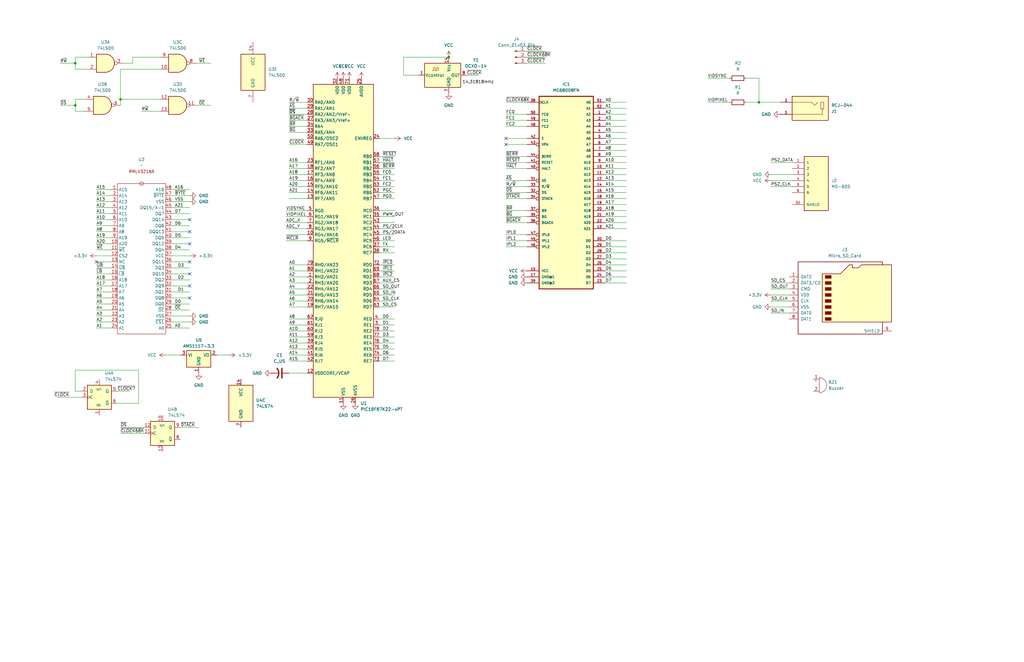
<source format=kicad_sch>
(kicad_sch (version 20250114) (generator "eeschema") (generator_version "9.0")
  (paper "B")
  (junction (at 189.23 24.13))
  (junction (at 320.04 43.18))
  (junction (at 50.8 41.91))
  (junction (at 31.75 44.45))
  (junction (at 31.75 26.67))
  (no_connect (at 80.01 125.73))
  (no_connect (at 80.01 110.49))
  (no_connect (at 80.01 92.71))
  (no_connect (at 80.01 97.79))
  (no_connect (at 40.64 110.49))
  (no_connect (at 213.36 58.42))
  (no_connect (at 80.01 115.57))
  (no_connect (at 80.01 120.65))
  (no_connect (at 213.36 60.96))
  (no_connect (at 80.01 102.87))
  (wire (pts (xy 255.27 101.6) (xy 264.16 101.6)))
  (wire (pts (xy 120.65 91.44) (xy 129.54 91.44)))
  (wire (pts (xy 72.39 85.09) (xy 80.01 85.09)))
  (wire (pts (xy 320.04 33.02) (xy 320.04 43.18)))
  (wire (pts (xy 160.02 114.3) (xy 166.37 114.3)))
  (wire (pts (xy 121.92 149.86) (xy 129.54 149.86)))
  (wire (pts (xy 40.64 85.09) (xy 46.99 85.09)))
  (wire (pts (xy 160.02 137.16) (xy 166.37 137.16)))
  (wire (pts (xy 82.55 44.45) (xy 88.9 44.45)))
  (wire (pts (xy 72.39 125.73) (xy 80.01 125.73)))
  (wire (pts (xy 72.39 113.03) (xy 80.01 113.03)))
  (wire (pts (xy 40.64 100.33) (xy 46.99 100.33)))
  (wire (pts (xy 213.36 104.14) (xy 222.25 104.14)))
  (wire (pts (xy 160.02 116.84) (xy 166.37 116.84)))
  (wire (pts (xy 213.36 91.44) (xy 222.25 91.44)))
  (wire (pts (xy 160.02 76.2) (xy 166.37 76.2)))
  (wire (pts (xy 170.18 24.13) (xy 170.18 31.75)))
  (wire (pts (xy 160.02 144.78) (xy 166.37 144.78)))
  (wire (pts (xy 25.4 44.45) (xy 31.75 44.45)))
  (wire (pts (xy 40.64 92.71) (xy 46.99 92.71)))
  (wire (pts (xy 40.64 90.17) (xy 46.99 90.17)))
  (wire (pts (xy 72.39 135.89) (xy 80.01 135.89)))
  (wire (pts (xy 255.27 104.14) (xy 264.16 104.14)))
  (wire (pts (xy 255.27 109.22) (xy 264.16 109.22)))
  (wire (pts (xy 58.42 170.18) (xy 58.42 156.21)))
  (wire (pts (xy 120.65 88.9) (xy 129.54 88.9)))
  (wire (pts (xy 121.92 142.24) (xy 129.54 142.24)))
  (wire (pts (xy 298.45 33.02) (xy 307.34 33.02)))
  (wire (pts (xy 121.92 147.32) (xy 129.54 147.32)))
  (wire (pts (xy 160.02 119.38) (xy 166.37 119.38)))
  (wire (pts (xy 255.27 111.76) (xy 264.16 111.76)))
  (wire (pts (xy 121.92 71.12) (xy 129.54 71.12)))
  (wire (pts (xy 255.27 76.2) (xy 264.16 76.2)))
  (wire (pts (xy 160.02 152.4) (xy 166.37 152.4)))
  (wire (pts (xy 40.64 82.55) (xy 46.99 82.55)))
  (wire (pts (xy 213.36 48.26) (xy 222.25 48.26)))
  (wire (pts (xy 49.53 165.1) (xy 54.61 165.1)))
  (wire (pts (xy 160.02 134.62) (xy 166.37 134.62)))
  (wire (pts (xy 40.64 97.79) (xy 46.99 97.79)))
  (wire (pts (xy 25.4 26.67) (xy 31.75 26.67)))
  (wire (pts (xy 189.23 24.13) (xy 170.18 24.13)))
  (wire (pts (xy 91.44 149.86) (xy 96.52 149.86)))
  (wire (pts (xy 255.27 91.44) (xy 264.16 91.44)))
  (wire (pts (xy 213.36 43.18) (xy 222.25 43.18)))
  (wire (pts (xy 213.36 60.96) (xy 222.25 60.96)))
  (wire (pts (xy 160.02 93.98) (xy 166.37 93.98)))
  (wire (pts (xy 72.39 138.43) (xy 80.01 138.43)))
  (wire (pts (xy 325.12 124.46) (xy 332.74 124.46)))
  (wire (pts (xy 213.36 81.28) (xy 222.25 81.28)))
  (wire (pts (xy 50.8 41.91) (xy 67.31 41.91)))
  (wire (pts (xy 325.12 119.38) (xy 332.74 119.38)))
  (wire (pts (xy 72.39 110.49) (xy 80.01 110.49)))
  (wire (pts (xy 320.04 43.18) (xy 328.93 43.18)))
  (wire (pts (xy 255.27 45.72) (xy 264.16 45.72)))
  (wire (pts (xy 160.02 96.52) (xy 166.37 96.52)))
  (wire (pts (xy 40.64 128.27) (xy 46.99 128.27)))
  (wire (pts (xy 72.39 115.57) (xy 80.01 115.57)))
  (wire (pts (xy 222.25 26.67) (xy 229.87 26.67)))
  (wire (pts (xy 121.92 53.34) (xy 129.54 53.34)))
  (wire (pts (xy 120.65 96.52) (xy 129.54 96.52)))
  (wire (pts (xy 255.27 86.36) (xy 264.16 86.36)))
  (wire (pts (xy 121.92 43.18) (xy 129.54 43.18)))
  (wire (pts (xy 40.64 138.43) (xy 46.99 138.43)))
  (wire (pts (xy 40.64 107.95) (xy 46.99 107.95)))
  (wire (pts (xy 120.65 99.06) (xy 129.54 99.06)))
  (wire (pts (xy 31.75 156.21) (xy 31.75 165.1)))
  (wire (pts (xy 121.92 45.72) (xy 129.54 45.72)))
  (wire (pts (xy 213.36 66.04) (xy 222.25 66.04)))
  (wire (pts (xy 72.39 130.81) (xy 80.01 130.81)))
  (wire (pts (xy 325.12 132.08) (xy 332.74 132.08)))
  (wire (pts (xy 121.92 48.26) (xy 129.54 48.26)))
  (wire (pts (xy 160.02 78.74) (xy 166.37 78.74)))
  (wire (pts (xy 72.39 102.87) (xy 80.01 102.87)))
  (wire (pts (xy 121.92 68.58) (xy 129.54 68.58)))
  (wire (pts (xy 160.02 129.54) (xy 166.37 129.54)))
  (wire (pts (xy 121.92 83.82) (xy 129.54 83.82)))
  (wire (pts (xy 69.85 149.86) (xy 76.2 149.86)))
  (wire (pts (xy 255.27 73.66) (xy 264.16 73.66)))
  (wire (pts (xy 255.27 96.52) (xy 264.16 96.52)))
  (wire (pts (xy 160.02 142.24) (xy 166.37 142.24)))
  (wire (pts (xy 121.92 121.92) (xy 129.54 121.92)))
  (wire (pts (xy 213.36 101.6) (xy 222.25 101.6)))
  (wire (pts (xy 72.39 95.25) (xy 80.01 95.25)))
  (wire (pts (xy 213.36 88.9) (xy 222.25 88.9)))
  (wire (pts (xy 40.64 118.11) (xy 46.99 118.11)))
  (wire (pts (xy 40.64 87.63) (xy 46.99 87.63)))
  (wire (pts (xy 121.92 60.96) (xy 129.54 60.96)))
  (wire (pts (xy 213.36 68.58) (xy 222.25 68.58)))
  (wire (pts (xy 31.75 46.99) (xy 35.56 46.99)))
  (wire (pts (xy 40.64 102.87) (xy 46.99 102.87)))
  (wire (pts (xy 121.92 114.3) (xy 129.54 114.3)))
  (wire (pts (xy 121.92 81.28) (xy 129.54 81.28)))
  (wire (pts (xy 72.39 105.41) (xy 80.01 105.41)))
  (wire (pts (xy 160.02 91.44) (xy 166.37 91.44)))
  (wire (pts (xy 255.27 66.04) (xy 264.16 66.04)))
  (wire (pts (xy 72.39 133.35) (xy 80.01 133.35)))
  (wire (pts (xy 255.27 63.5) (xy 264.16 63.5)))
  (wire (pts (xy 160.02 124.46) (xy 166.37 124.46)))
  (wire (pts (xy 160.02 101.6) (xy 166.37 101.6)))
  (wire (pts (xy 55.88 26.67) (xy 55.88 24.13)))
  (wire (pts (xy 40.64 115.57) (xy 46.99 115.57)))
  (wire (pts (xy 31.75 41.91) (xy 31.75 44.45)))
  (wire (pts (xy 72.39 90.17) (xy 80.01 90.17)))
  (wire (pts (xy 255.27 60.96) (xy 264.16 60.96)))
  (wire (pts (xy 213.36 83.82) (xy 222.25 83.82)))
  (wire (pts (xy 72.39 80.01) (xy 80.01 80.01)))
  (wire (pts (xy 213.36 71.12) (xy 222.25 71.12)))
  (wire (pts (xy 121.92 116.84) (xy 129.54 116.84)))
  (wire (pts (xy 49.53 170.18) (xy 58.42 170.18)))
  (wire (pts (xy 121.92 157.48) (xy 129.54 157.48)))
  (wire (pts (xy 36.83 24.13) (xy 31.75 24.13)))
  (wire (pts (xy 255.27 83.82) (xy 264.16 83.82)))
  (wire (pts (xy 40.64 123.19) (xy 46.99 123.19)))
  (wire (pts (xy 120.65 93.98) (xy 129.54 93.98)))
  (wire (pts (xy 121.92 111.76) (xy 129.54 111.76)))
  (wire (pts (xy 222.25 24.13) (xy 229.87 24.13)))
  (wire (pts (xy 160.02 127) (xy 166.37 127)))
  (wire (pts (xy 121.92 127) (xy 129.54 127)))
  (wire (pts (xy 160.02 66.04) (xy 166.37 66.04)))
  (wire (pts (xy 160.02 106.68) (xy 166.37 106.68)))
  (wire (pts (xy 40.64 120.65) (xy 46.99 120.65)))
  (wire (pts (xy 121.92 124.46) (xy 129.54 124.46)))
  (wire (pts (xy 213.36 99.06) (xy 222.25 99.06)))
  (wire (pts (xy 160.02 83.82) (xy 166.37 83.82)))
  (wire (pts (xy 255.27 116.84) (xy 264.16 116.84)))
  (wire (pts (xy 82.55 26.67) (xy 88.9 26.67)))
  (wire (pts (xy 160.02 68.58) (xy 166.37 68.58)))
  (wire (pts (xy 255.27 48.26) (xy 264.16 48.26)))
  (wire (pts (xy 213.36 58.42) (xy 222.25 58.42)))
  (wire (pts (xy 40.64 110.49) (xy 46.99 110.49)))
  (wire (pts (xy 72.39 92.71) (xy 80.01 92.71)))
  (wire (pts (xy 325.12 121.92) (xy 332.74 121.92)))
  (wire (pts (xy 40.64 135.89) (xy 46.99 135.89)))
  (wire (pts (xy 160.02 149.86) (xy 166.37 149.86)))
  (wire (pts (xy 72.39 123.19) (xy 80.01 123.19)))
  (wire (pts (xy 35.56 41.91) (xy 31.75 41.91)))
  (wire (pts (xy 160.02 121.92) (xy 166.37 121.92)))
  (wire (pts (xy 40.64 130.81) (xy 46.99 130.81)))
  (wire (pts (xy 213.36 53.34) (xy 222.25 53.34)))
  (wire (pts (xy 213.36 50.8) (xy 222.25 50.8)))
  (wire (pts (xy 255.27 43.18) (xy 264.16 43.18)))
  (wire (pts (xy 213.36 78.74) (xy 222.25 78.74)))
  (wire (pts (xy 121.92 129.54) (xy 129.54 129.54)))
  (wire (pts (xy 121.92 137.16) (xy 129.54 137.16)))
  (wire (pts (xy 255.27 50.8) (xy 264.16 50.8)))
  (wire (pts (xy 160.02 104.14) (xy 166.37 104.14)))
  (wire (pts (xy 72.39 87.63) (xy 80.01 87.63)))
  (wire (pts (xy 40.64 113.03) (xy 46.99 113.03)))
  (wire (pts (xy 325.12 127) (xy 332.74 127)))
  (wire (pts (xy 72.39 118.11) (xy 80.01 118.11)))
  (wire (pts (xy 314.96 43.18) (xy 320.04 43.18)))
  (wire (pts (xy 31.75 29.21) (xy 36.83 29.21)))
  (wire (pts (xy 255.27 71.12) (xy 264.16 71.12)))
  (wire (pts (xy 40.64 133.35) (xy 46.99 133.35)))
  (wire (pts (xy 31.75 165.1) (xy 34.29 165.1)))
  (wire (pts (xy 50.8 41.91) (xy 50.8 29.21)))
  (wire (pts (xy 121.92 73.66) (xy 129.54 73.66)))
  (wire (pts (xy 76.2 180.34) (xy 83.82 180.34)))
  (wire (pts (xy 160.02 99.06) (xy 166.37 99.06)))
  (wire (pts (xy 255.27 106.68) (xy 264.16 106.68)))
  (wire (pts (xy 255.27 81.28) (xy 264.16 81.28)))
  (wire (pts (xy 160.02 139.7) (xy 166.37 139.7)))
  (wire (pts (xy 325.12 78.74) (xy 334.01 78.74)))
  (wire (pts (xy 50.8 180.34) (xy 60.96 180.34)))
  (wire (pts (xy 121.92 144.78) (xy 129.54 144.78)))
  (wire (pts (xy 52.07 26.67) (xy 55.88 26.67)))
  (wire (pts (xy 160.02 111.76) (xy 166.37 111.76)))
  (wire (pts (xy 72.39 107.95) (xy 80.01 107.95)))
  (wire (pts (xy 121.92 78.74) (xy 129.54 78.74)))
  (wire (pts (xy 170.18 31.75) (xy 176.53 31.75)))
  (wire (pts (xy 40.64 80.01) (xy 46.99 80.01)))
  (wire (pts (xy 255.27 58.42) (xy 264.16 58.42)))
  (wire (pts (xy 50.8 182.88) (xy 60.96 182.88)))
  (wire (pts (xy 160.02 81.28) (xy 166.37 81.28)))
  (wire (pts (xy 31.75 44.45) (xy 31.75 46.99)))
  (wire (pts (xy 160.02 73.66) (xy 166.37 73.66)))
  (wire (pts (xy 255.27 114.3) (xy 264.16 114.3)))
  (wire (pts (xy 213.36 93.98) (xy 222.25 93.98)))
  (wire (pts (xy 120.65 101.6) (xy 129.54 101.6)))
  (wire (pts (xy 255.27 119.38) (xy 264.16 119.38)))
  (wire (pts (xy 40.64 105.41) (xy 46.99 105.41)))
  (wire (pts (xy 314.96 33.02) (xy 320.04 33.02)))
  (wire (pts (xy 121.92 139.7) (xy 129.54 139.7)))
  (wire (pts (xy 31.75 24.13) (xy 31.75 26.67)))
  (wire (pts (xy 121.92 50.8) (xy 129.54 50.8)))
  (wire (pts (xy 31.75 26.67) (xy 31.75 29.21)))
  (wire (pts (xy 255.27 53.34) (xy 264.16 53.34)))
  (wire (pts (xy 255.27 55.88) (xy 264.16 55.88)))
  (wire (pts (xy 55.88 24.13) (xy 67.31 24.13)))
  (wire (pts (xy 72.39 100.33) (xy 80.01 100.33)))
  (wire (pts (xy 255.27 68.58) (xy 264.16 68.58)))
  (wire (pts (xy 121.92 76.2) (xy 129.54 76.2)))
  (wire (pts (xy 213.36 76.2) (xy 222.25 76.2)))
  (wire (pts (xy 24.13 167.64) (xy 34.29 167.64)))
  (wire (pts (xy 255.27 93.98) (xy 264.16 93.98)))
  (wire (pts (xy 121.92 119.38) (xy 129.54 119.38)))
  (wire (pts (xy 160.02 71.12) (xy 166.37 71.12)))
  (wire (pts (xy 58.42 156.21) (xy 31.75 156.21)))
  (wire (pts (xy 325.12 73.66) (xy 334.01 73.66)))
  (wire (pts (xy 40.64 95.25) (xy 46.99 95.25)))
  (wire (pts (xy 325.12 68.58) (xy 334.01 68.58)))
  (wire (pts (xy 121.92 152.4) (xy 129.54 152.4)))
  (wire (pts (xy 255.27 88.9) (xy 264.16 88.9)))
  (wire (pts (xy 72.39 120.65) (xy 80.01 120.65)))
  (wire (pts (xy 40.64 125.73) (xy 46.99 125.73)))
  (wire (pts (xy 325.12 129.54) (xy 332.74 129.54)))
  (wire (pts (xy 222.25 21.59) (xy 229.87 21.59)))
  (wire (pts (xy 160.02 88.9) (xy 166.37 88.9)))
  (wire (pts (xy 72.39 97.79) (xy 80.01 97.79)))
  (wire (pts (xy 160.02 58.42) (xy 166.37 58.42)))
  (wire (pts (xy 72.39 128.27) (xy 80.01 128.27)))
  (wire (pts (xy 50.8 44.45) (xy 50.8 41.91)))
  (wire (pts (xy 196.85 31.75) (xy 201.93 31.75)))
  (wire (pts (xy 121.92 55.88) (xy 129.54 55.88)))
  (wire (pts (xy 121.92 134.62) (xy 129.54 134.62)))
  (wire (pts (xy 325.12 76.2) (xy 334.01 76.2)))
  (wire (pts (xy 298.45 43.18) (xy 307.34 43.18)))
  (wire (pts (xy 255.27 78.74) (xy 264.16 78.74)))
  (wire (pts (xy 50.8 29.21) (xy 67.31 29.21)))
  (wire (pts (xy 59.69 46.99) (xy 67.31 46.99)))
  (wire (pts (xy 160.02 147.32) (xy 166.37 147.32)))
  (wire (pts (xy 72.39 82.55) (xy 80.01 82.55)))
  (label "A3" (at 255.27 50.8 0))
  (label "~{OE}" (at 83.82 44.45 0))
  (label "~{CLOCK7}" (at 222.25 26.67 0))
  (label "A15" (at 121.92 152.4 0))
  (label "SD_IN" (at 325.12 132.08 0))
  (label "PS2_DATA" (at 325.12 68.58 0))
  (label "A4" (at 40.64 130.81 0))
  (label "FC2" (at 161.29 78.74 0))
  (label "~{DTACK}" (at 76.2 180.34 0))
  (label "~{DTACK}" (at 213.36 83.82 0))
  (label "D5" (at 73.66 100.33 0))
  (label "~{BERR}" (at 213.36 66.04 0))
  (label "~{LB}" (at 40.64 115.57 0))
  (label "D0" (at 161.29 134.62 0))
  (label "~{BERR}" (at 161.29 71.12 0))
  (label "PWM_OUT" (at 161.29 91.44 0))
  (label "A21" (at 121.92 81.28 0))
  (label "~{DS}" (at 50.8 180.34 0))
  (label "A5" (at 121.92 124.46 0))
  (label "FC2" (at 213.36 53.34 0))
  (label "~{BGACK}" (at 121.92 50.8 0))
  (label "A8" (at 121.92 134.62 0))
  (label "D2" (at 161.29 139.7 0))
  (label "D1" (at 161.29 137.16 0))
  (label "~{CLOCK68K}" (at 50.8 182.88 0))
  (label "SD_IN" (at 161.29 124.46 0))
  (label "A18" (at 121.92 73.66 0))
  (label "~{CLOCK}" (at 196.85 31.75 0))
  (label "A4" (at 255.27 53.34 0))
  (label "A12" (at 255.27 73.66 0))
  (label "A0" (at 121.92 111.76 0))
  (label "A3" (at 40.64 133.35 0))
  (label "R~{W}" (at 59.69 46.99 0))
  (label "~{CLOCK7}" (at 49.53 165.1 0))
  (label "R~{W}" (at 25.4 26.67 0))
  (label "A17" (at 121.92 71.12 0))
  (label "~{BGACK}" (at 213.36 93.98 0))
  (label "LED" (at 161.29 101.6 0))
  (label "VIDPIXEL" (at 298.45 43.18 0))
  (label "A1" (at 40.64 138.43 0))
  (label "A13" (at 40.64 85.09 0))
  (label "A7" (at 40.64 123.19 0))
  (label "RX" (at 161.29 106.68 0))
  (label "PGD" (at 161.29 83.82 0))
  (label "FC0" (at 161.29 73.66 0))
  (label "A19" (at 121.92 76.2 0))
  (label "A18" (at 255.27 88.9 0))
  (label "A12" (at 40.64 87.63 0))
  (label "D1" (at 255.27 104.14 0))
  (label "A9" (at 40.64 95.25 0))
  (label "A4" (at 121.92 121.92 0))
  (label "D5" (at 255.27 114.3 0))
  (label "D3" (at 74.93 113.03 0))
  (label "A0" (at 73.66 138.43 0))
  (label "FC1" (at 161.29 76.2 0))
  (label "D4" (at 161.29 144.78 0))
  (label "IPL0" (at 213.36 99.06 0))
  (label "D7" (at 73.66 90.17 0))
  (label "TX" (at 161.29 104.14 0))
  (label "A14" (at 121.92 149.86 0))
  (label "SD_CS" (at 161.29 129.54 0))
  (label "A1" (at 121.92 114.3 0))
  (label "A0" (at 255.27 43.18 0))
  (label "D6" (at 73.66 95.25 0))
  (label "PS{slash}2DATA" (at 161.29 99.06 0))
  (label "~{CLOCK}" (at 121.92 60.96 0))
  (label "~{IPL2}" (at 161.29 116.84 0))
  (label "D1" (at 74.93 123.19 0))
  (label "A1" (at 255.27 45.72 0))
  (label "~{RESET}" (at 213.36 68.58 0))
  (label "A2" (at 121.92 116.84 0))
  (label "A11" (at 40.64 90.17 0))
  (label "IPL2" (at 213.36 104.14 0))
  (label "14.31818mHz" (at 208.28 35.56 180))
  (label "A17" (at 40.64 120.65 0))
  (label "~{BG}" (at 213.36 91.44 0))
  (label "D0" (at 255.27 101.6 0))
  (label "ADC_X" (at 120.65 93.98 0))
  (label "A21" (at 255.27 96.52 0))
  (label "~{DS}" (at 213.36 81.28 0))
  (label "A11" (at 121.92 142.24 0))
  (label "D2" (at 74.93 118.11 0))
  (label "A2" (at 255.27 48.26 0))
  (label "~{DS}" (at 25.4 44.45 0))
  (label "~{CLOCK68K}" (at 222.25 24.13 0))
  (label "A6" (at 121.92 127 0))
  (label "PS2_CLK" (at 325.12 78.74 0))
  (label "SD_OUT" (at 325.12 121.92 0))
  (label "A20" (at 121.92 78.74 0))
  (label "A2" (at 40.64 135.89 0))
  (label "A21" (at 73.66 87.63 0))
  (label "PGC" (at 161.29 81.28 0))
  (label "~{BR}" (at 213.36 88.9 0))
  (label "A5" (at 40.64 128.27 0))
  (label "~{OE}" (at 73.66 130.81 0))
  (label "A5" (at 255.27 55.88 0))
  (label "A12" (at 121.92 144.78 0))
  (label "A10" (at 40.64 92.71 0))
  (label "R{slash}~{W}" (at 213.36 78.74 0))
  (label "D2" (at 255.27 106.68 0))
  (label "PS{slash}2CLK" (at 161.29 96.52 0))
  (label "A16" (at 73.66 80.01 0))
  (label "A14" (at 40.64 82.55 0))
  (label "A10" (at 121.92 139.7 0))
  (label "IPL1" (at 213.36 101.6 0))
  (label "~{WE}" (at 83.82 26.67 0))
  (label "~{AS}" (at 121.92 45.72 0))
  (label "D7" (at 161.29 152.4 0))
  (label "D0" (at 73.66 128.27 0))
  (label "SD_CLK" (at 161.29 127 0))
  (label "A6" (at 255.27 58.42 0))
  (label "A8" (at 255.27 63.5 0))
  (label "A15" (at 40.64 80.01 0))
  (label "D7" (at 255.27 119.38 0))
  (label "A7" (at 255.27 60.96 0))
  (label "~{DS}" (at 121.92 48.26 0))
  (label "A9" (at 255.27 66.04 0))
  (label "D6" (at 255.27 116.84 0))
  (label "A19" (at 40.64 100.33 0))
  (label "A20" (at 255.27 93.98 0))
  (label "A13" (at 121.92 147.32 0))
  (label "D4" (at 255.27 111.76 0))
  (label "D6" (at 161.29 149.86 0))
  (label "D5" (at 161.29 147.32 0))
  (label "~{IPL1}" (at 161.29 114.3 0))
  (label "A13" (at 255.27 76.2 0))
  (label "~{UB}" (at 40.64 113.03 0))
  (label "A7" (at 121.92 129.54 0))
  (label "ADC_Y" (at 120.65 96.52 0))
  (label "~{HALT}" (at 213.36 71.12 0))
  (label "D4" (at 73.66 105.41 0))
  (label "A20" (at 40.64 102.87 0))
  (label "A17" (at 255.27 86.36 0))
  (label "VIDSYNC" (at 120.65 88.9 0))
  (label "~{DS}" (at 121.92 48.26 0))
  (label "A18" (at 40.64 118.11 0))
  (label "~{AS}" (at 213.36 76.2 0))
  (label "FC0" (at 213.36 48.26 0))
  (label "A11" (at 255.27 71.12 0))
  (label "VIDSYNC" (at 298.45 33.02 0))
  (label "AUX_CS" (at 161.29 119.38 0))
  (label "~{IPL0}" (at 161.29 111.76 0))
  (label "A8" (at 40.64 97.79 0))
  (label "~{CLOCK}" (at 222.25 21.59 0))
  (label "A6" (at 40.64 125.73 0))
  (label "~{BR}" (at 121.92 53.34 0))
  (label "~{MCLR}" (at 120.65 101.6 0))
  (label "A9" (at 121.92 137.16 0))
  (label "~{CLOCK68K}" (at 213.36 43.18 0))
  (label "VIDPIXEL" (at 120.65 91.44 0))
  (label "~{RESET}" (at 161.29 66.04 0))
  (label "A3" (at 121.92 119.38 0))
  (label "VSS" (at 73.66 85.09 0))
  (label "A14" (at 255.27 78.74 0))
  (label "A19" (at 255.27 91.44 0))
  (label "A16" (at 255.27 83.82 0))
  (label "R{slash}~{W}" (at 121.92 43.18 0))
  (label "D3" (at 255.27 109.22 0))
  (label "~{BG}" (at 121.92 55.88 0))
  (label "~{WE}" (at 40.64 105.41 0))
  (label "SD_CLK" (at 325.12 127 0))
  (label "SD_OUT" (at 161.29 121.92 0))
  (label "A16" (at 121.92 68.58 0))
  (label "D3" (at 161.29 142.24 0))
  (label "FC1" (at 213.36 50.8 0))
  (label "A10" (at 255.27 68.58 0))
  (label "~{CLOCK}" (at 22.86 167.64 0))
  (label "~{BYTE}" (at 73.66 82.55 0))
  (label "~{HALT}" (at 161.29 68.58 0))
  (label "SD_CS" (at 325.12 119.38 0))
  (label "A15" (at 255.27 81.28 0))
  (symbol (lib_id "power:VCC") (at 325.12 76.2 90) (unit 1)
    (property "Reference" "#PWR027" (effects (hide yes)))
    (property "Value" "VCC" (at 321.31 76.1999 90) (effects (justify left)))
    (property "Description" "Power symbol creates a global label with name \"VCC\"" (effects (hide yes)))
  )
  (symbol (lib_id "74xx:74LS74") (at 101.6 170.18 0) (unit 3)
    (property "Reference" "U4" (at 107.95 168.9099 0) (effects (justify left)))
    (property "Value" "74LS74" (at 107.95 171.4499 0) (effects (justify left)))
    (property "Footprint" "Package_SO:SOIC-14_3.9x8.7mm_P1.27mm" (effects (hide yes)))
    (property "Datasheet" "74xx/74hc_hct74.pdf" (effects (hide yes)))
    (property "Description" "Dual D Flip-flop, Set & Reset" (effects (hide yes)))
  )
  (symbol (lib_id "power:GND") (at 328.93 48.26 270) (unit 1)
    (property "Reference" "#PWR023" (effects (hide yes)))
    (property "Value" "GND" (at 325.12 48.2599 90) (effects (justify right)))
    (property "Description" "Power symbol creates a global label with name \"GND\" , ground" (effects (hide yes)))
  )
  (symbol (lib_id "Device:R") (at 311.15 43.18 90) (unit 1)
    (property "Reference" "R1" (at 311.15 36.83 90))
    (property "Value" "R" (at 311.15 39.37 90))
    (property "Description" "Resistor" (effects (hide yes)))
  )
  (symbol (lib_id "power:GND") (at 222.25 119.38 270) (unit 1)
    (property "Reference" "#PWR04" (effects (hide yes)))
    (property "Value" "GND" (at 218.44 119.3799 90) (effects (justify right)))
    (property "Description" "Power symbol creates a global label with name \"GND\" , ground" (effects (hide yes)))
  )
  (symbol (lib_id "power:VCC") (at 152.4 33.02 0) (unit 1)
    (property "Reference" "#PWR011" (effects (hide yes)))
    (property "Value" "VCC" (at 152.4 27.94 0))
    (property "Description" "Power symbol creates a global label with name \"VCC\"" (effects (hide yes)))
  )
  (symbol (lib_id "power:VCC") (at 142.24 33.02 0) (unit 1)
    (property "Reference" "#PWR08" (effects (hide yes)))
    (property "Value" "VCC" (at 142.24 27.94 0))
    (property "Description" "Power symbol creates a global label with name \"VCC\"" (effects (hide yes)))
  )
  (symbol (lib_id "power:GND") (at 189.23 39.37 0) (unit 1)
    (property "Reference" "#PWR05" (effects (hide yes)))
    (property "Value" "GND" (at 189.23 44.45 0))
    (property "Description" "Power symbol creates a global label with name \"GND\" , ground" (effects (hide yes)))
  )
  (symbol (lib_id "74xx:74LS74") (at 68.58 182.88 0) (unit 2)
    (property "Reference" "U4" (at 70.7233 172.72 0) (effects (justify left)))
    (property "Value" "74LS74" (at 70.7233 175.26 0) (effects (justify left)))
    (property "Footprint" "Package_SO:SOIC-14_3.9x8.7mm_P1.27mm" (effects (hide yes)))
    (property "Datasheet" "74xx/74hc_hct74.pdf" (effects (hide yes)))
    (property "Description" "Dual D Flip-flop, Set & Reset" (effects (hide yes)))
  )
  (symbol (lib_id "power:GND") (at 83.82 157.48 0) (unit 1)
    (property "Reference" "#PWR014" (effects (hide yes)))
    (property "Value" "GND" (at 83.82 162.56 0))
    (property "Description" "Power symbol creates a global label with name \"GND\" , ground" (effects (hide yes)))
  )
  (symbol (lib_id "74xx:74LS00") (at 74.93 26.67 0) (unit 3)
    (property "Reference" "U3" (at 74.9217 17.78 0))
    (property "Value" "74LS00" (at 74.9217 20.32 0))
    (property "Footprint" "Package_SO:SOIC-14_3.9x8.7mm_P1.27mm" (effects (hide yes)))
    (property "Datasheet" "http://www.ti.com/lit/gpn/sn74ls00" (effects (hide yes)))
    (property "Description" "quad 2-input NAND gate" (effects (hide yes)))
  )
  (symbol (lib_id "74xx:74LS00") (at 43.18 44.45 0) (unit 2)
    (property "Reference" "U3" (at 43.1717 35.56 0))
    (property "Value" "74LS00" (at 43.1717 38.1 0))
    (property "Footprint" "Package_SO:SOIC-14_3.9x8.7mm_P1.27mm" (effects (hide yes)))
    (property "Datasheet" "http://www.ti.com/lit/gpn/sn74ls00" (effects (hide yes)))
    (property "Description" "quad 2-input NAND gate" (effects (hide yes)))
  )
  (symbol (lib_id "MCU_Microchip_PIC18:PIC18F87K22-xPT") (at 144.78 101.6 0) (unit 1)
    (property "Reference" "U1" (at 152.0033 170.18 0) (effects (justify left)))
    (property "Value" "PIC18F87K22-xPT" (at 152.0033 172.72 0) (effects (justify left)))
    (property "Footprint" "Package_QFP:TQFP-80_12x12mm_P0.5mm" (effects (hide yes)))
    (property "Datasheet" "http://ww1.microchip.com/downloads/en/DeviceDoc/39960d.pdf" (effects (hide yes)))
    (property "Description" "PIC18F nanoWatt XLP Technology MCU, 64MHz, 128KB Flash, 4KB RAM, 1KB EEPROM, 1.8-5.5V, 69 GPIO, TQFP-80" (effects (hide yes)))
  )
  (symbol (lib_id "power:+3.3V") (at 96.52 149.86 270) (unit 1)
    (property "Reference" "#PWR016" (effects (hide yes)))
    (property "Value" "+3.3V" (at 100.33 149.8599 90) (effects (justify left)))
    (property "Description" "Power symbol creates a global label with name \"+3.3V\"" (effects (hide yes)))
  )
  (symbol (lib_id "power:VCC") (at 144.78 33.02 0) (unit 1)
    (property "Reference" "#PWR09" (effects (hide yes)))
    (property "Value" "VCC" (at 144.78 27.94 0))
    (property "Description" "Power symbol creates a global label with name \"VCC\"" (effects (hide yes)))
  )
  (symbol (lib_id "RCJ-044:RCJ-044") (at 341.63 45.72 0) (mirror y) (unit 1)
    (property "Reference" "J1" (at 350.52 46.9901 0) (effects (justify right)))
    (property "Value" "RCJ-044" (at 350.52 44.4501 0) (effects (justify right)))
    (property "Footprint" "RCJ-044:CUI_RCJ-044" (effects (hide yes)))
    (property "MF" "Same Sky" (effects (hide yes)))
    (property "MAXIMUM_PACKAGE_HEIGHT" "11.6 mm" (effects (hide yes)))
    (property "Package" "None" (effects (hide yes)))
    (property "Price" "None" (effects (hide yes)))
    (property "Check_prices" "https://www.snapeda.com/parts/RCJ-044/Same+Sky/view-part/?ref=eda" (effects (hide yes)))
    (property "STANDARD" "Manufacturer Recommendations" (effects (hide yes)))
    (property "PARTREV" "1.02" (effects (hide yes)))
    (property "SnapEDA_Link" "https://www.snapeda.com/parts/RCJ-044/Same+Sky/view-part/?ref=snap" (effects (hide yes)))
    (property "MP" "RCJ-044" (effects (hide yes)))
    (property "Description_1" "Metal Right-Angle, RCA Jack, Yellow Housing and Insulation" (effects (hide yes)))
    (property "Availability" "In Stock" (effects (hide yes)))
    (property "MANUFACTURER" "CUI Devices" (effects (hide yes)))
  )
  (symbol (lib_id "power:VCC") (at 222.25 114.3 90) (unit 1)
    (property "Reference" "#PWR02" (effects (hide yes)))
    (property "Value" "VCC" (at 218.44 114.2999 90) (effects (justify left)))
    (property "Description" "Power symbol creates a global label with name \"VCC\"" (effects (hide yes)))
  )
  (symbol (lib_id "power:GND") (at 80.01 135.89 90) (unit 1)
    (property "Reference" "#PWR019" (effects (hide yes)))
    (property "Value" "GND" (at 83.82 135.8899 90) (effects (justify right)))
    (property "Description" "Power symbol creates a global label with name \"GND\" , ground" (effects (hide yes)))
  )
  (symbol (lib_id "74xx:74LS00") (at 44.45 26.67 0) (unit 1)
    (property "Reference" "U3" (at 44.4417 17.78 0))
    (property "Value" "74LS00" (at 44.4417 20.32 0))
    (property "Footprint" "Package_SO:SOIC-14_3.9x8.7mm_P1.27mm" (effects (hide yes)))
    (property "Datasheet" "http://www.ti.com/lit/gpn/sn74ls00" (effects (hide yes)))
    (property "Description" "quad 2-input NAND gate" (effects (hide yes)))
  )
  (symbol (lib_id "power:GND") (at 325.12 73.66 270) (unit 1)
    (property "Reference" "#PWR026" (effects (hide yes)))
    (property "Value" "GND" (at 321.31 73.6599 90) (effects (justify right)))
    (property "Description" "Power symbol creates a global label with name \"GND\" , ground" (effects (hide yes)))
  )
  (symbol (lib_id "power:GND") (at 144.78 170.18 0) (unit 1)
    (property "Reference" "#PWR06" (effects (hide yes)))
    (property "Value" "GND" (at 144.78 175.26 0))
    (property "Description" "Power symbol creates a global label with name \"GND\" , ground" (effects (hide yes)))
  )
  (symbol (lib_id "power:VCC") (at 69.85 149.86 90) (unit 1)
    (property "Reference" "#PWR015" (effects (hide yes)))
    (property "Value" "VCC" (at 66.04 149.8599 90) (effects (justify left)))
    (property "Description" "Power symbol creates a global label with name \"VCC\"" (effects (hide yes)))
  )
  (symbol (lib_id "power:GND") (at 325.12 129.54 270) (unit 1)
    (property "Reference" "#PWR024" (effects (hide yes)))
    (property "Value" "GND" (at 321.31 129.5399 90) (effects (justify right)))
    (property "Description" "Power symbol creates a global label with name \"GND\" , ground" (effects (hide yes)))
  )
  (symbol (lib_id "Device:R") (at 311.15 33.02 90) (unit 1)
    (property "Reference" "R2" (at 311.15 26.67 90))
    (property "Value" "R" (at 311.15 29.21 90))
    (property "Description" "Resistor" (effects (hide yes)))
  )
  (symbol (lib_id "power:VCC") (at 166.37 58.42 270) (unit 1)
    (property "Reference" "#PWR021" (effects (hide yes)))
    (property "Value" "VCC" (at 170.18 58.4199 90) (effects (justify left)))
    (property "Description" "Power symbol creates a global label with name \"VCC\"" (effects (hide yes)))
  )
  (symbol (lib_id "74xx:74LS00") (at 74.93 44.45 0) (unit 4)
    (property "Reference" "U3" (at 74.9217 35.56 0))
    (property "Value" "74LS00" (at 74.9217 38.1 0))
    (property "Footprint" "Package_SO:SOIC-14_3.9x8.7mm_P1.27mm" (effects (hide yes)))
    (property "Datasheet" "http://www.ti.com/lit/gpn/sn74ls00" (effects (hide yes)))
    (property "Description" "quad 2-input NAND gate" (effects (hide yes)))
  )
  (symbol (lib_id "Connector:Conn_01x03_Pin") (at 217.17 24.13 0) (unit 1)
    (property "Reference" "J4" (at 217.805 16.51 0))
    (property "Value" "Conn_01x03_Pin" (at 217.805 19.05 0))
    (property "Footprint" "Connector_PinHeader_2.54mm:PinHeader_1x03_P2.54mm_Vertical" (effects (hide yes)))
    (property "Description" "Generic connector, single row, 01x03, script generated" (effects (hide yes)))
  )
  (symbol (lib_id "74xx:74LS74") (at 41.91 167.64 0) (unit 1)
    (property "Reference" "U4" (at 44.0533 157.48 0) (effects (justify left)))
    (property "Value" "74LS74" (at 44.0533 160.02 0) (effects (justify left)))
    (property "Footprint" "Package_SO:SOIC-14_3.9x8.7mm_P1.27mm" (effects (hide yes)))
    (property "Datasheet" "74xx/74hc_hct74.pdf" (effects (hide yes)))
    (property "Description" "Dual D Flip-flop, Set & Reset" (effects (hide yes)))
  )
  (symbol (lib_id "power:VCC") (at 147.32 33.02 0) (unit 1)
    (property "Reference" "#PWR010" (effects (hide yes)))
    (property "Value" "VCC" (at 147.32 27.94 0))
    (property "Description" "Power symbol creates a global label with name \"VCC\"" (effects (hide yes)))
  )
  (symbol (lib_id "power:+3.3V") (at 80.01 107.95 270) (unit 1)
    (property "Reference" "#PWR017" (effects (hide yes)))
    (property "Value" "+3.3V" (at 83.82 107.9499 90) (effects (justify left)))
    (property "Description" "Power symbol creates a global label with name \"+3.3V\"" (effects (hide yes)))
  )
  (symbol (lib_id "equack2:SRAM32M") (at 55.88 105.41 0) (unit 1)
    (property "Reference" "U2" (at 59.69 67.31 0))
    (property "Value" "~" (at 59.69 69.85 0))
    (property "Footprint" "Package_SO:TSOP-I-48_18.4x12mm_P0.5mm" (effects (hide yes)))
  )
  (symbol (lib_id "power:GND") (at 149.86 170.18 0) (unit 1)
    (property "Reference" "#PWR07" (effects (hide yes)))
    (property "Value" "GND" (at 149.86 175.26 0))
    (property "Description" "Power symbol creates a global label with name \"GND\" , ground" (effects (hide yes)))
  )
  (symbol (lib_id "power:GND") (at 80.01 82.55 90) (unit 1)
    (property "Reference" "#PWR012" (effects (hide yes)))
    (property "Value" "GND" (at 83.82 82.5499 90) (effects (justify right)))
    (property "Description" "Power symbol creates a global label with name \"GND\" , ground" (effects (hide yes)))
  )
  (symbol (lib_id "power:GND") (at 114.3 157.48 270) (unit 1)
    (property "Reference" "#PWR022" (effects (hide yes)))
    (property "Value" "GND" (at 110.49 157.4799 90) (effects (justify right)))
    (property "Description" "Power symbol creates a global label with name \"GND\" , ground" (effects (hide yes)))
  )
  (symbol (lib_id "Device:Buzzer") (at 345.44 162.56 0) (unit 1)
    (property "Reference" "BZ1" (at 349.25 161.2899 0) (effects (justify left)))
    (property "Value" "Buzzer" (at 349.25 163.8299 0) (effects (justify left)))
    (property "Description" "Buzzer, polarized" (effects (hide yes)))
  )
  (symbol (lib_id "power:GND") (at 222.25 116.84 270) (unit 1)
    (property "Reference" "#PWR03" (effects (hide yes)))
    (property "Value" "GND" (at 218.44 116.8399 90) (effects (justify right)))
    (property "Description" "Power symbol creates a global label with name \"GND\" , ground" (effects (hide yes)))
  )
  (symbol (lib_id "power:GND") (at 80.01 133.35 90) (unit 1)
    (property "Reference" "#PWR020" (effects (hide yes)))
    (property "Value" "GND" (at 83.82 133.3499 90) (effects (justify right)))
    (property "Description" "Power symbol creates a global label with name \"GND\" , ground" (effects (hide yes)))
  )
  (symbol (lib_id "Connector:Micro_SD_Card") (at 355.6 124.46 0) (unit 1)
    (property "Reference" "J3" (at 356.235 105.41 0))
    (property "Value" "Micro_SD_Card" (at 356.235 107.95 0))
    (property "Footprint" "Connector_Card:microSD_HC_Molex_47219-2001" (effects (hide yes)))
    (property "Datasheet" "https://www.we-online.com/components/products/datasheet/693072010801.pdf" (effects (hide yes)))
    (property "Description" "Micro SD Card Socket" (effects (hide yes)))
  )
  (symbol (lib_id "power:+3.3V") (at 40.64 107.95 90) (unit 1)
    (property "Reference" "#PWR018" (effects (hide yes)))
    (property "Value" "+3.3V" (at 36.83 107.9499 90) (effects (justify left)))
    (property "Description" "Power symbol creates a global label with name \"+3.3V\"" (effects (hide yes)))
  )
  (symbol (lib_id "Regulator_Linear:AMS1117-3.3") (at 83.82 149.86 0) (unit 1)
    (property "Reference" "U5" (at 83.82 143.51 0))
    (property "Value" "AMS1117-3.3" (at 83.82 146.05 0))
    (property "Footprint" "Package_TO_SOT_SMD:SOT-223-3_TabPin2" (effects (hide yes)))
    (property "Datasheet" "http://www.advanced-monolithic.com/pdf/ds1117.pdf" (effects (hide yes)))
    (property "Description" "1A Low Dropout regulator, positive, 3.3V fixed output, SOT-223" (effects (hide yes)))
  )
  (symbol (lib_id "Device:C_US") (at 118.11 157.48 270) (unit 1)
    (property "Reference" "C1" (at 117.856 149.86 90))
    (property "Value" "C_US" (at 117.856 152.4 90))
    (property "Description" "capacitor, US symbol" (effects (hide yes)))
  )
  (symbol (lib_id "power:GND") (at 80.01 85.09 90) (unit 1)
    (property "Reference" "#PWR013" (effects (hide yes)))
    (property "Value" "GND" (at 83.82 85.0899 90) (effects (justify right)))
    (property "Description" "Power symbol creates a global label with name \"GND\" , ground" (effects (hide yes)))
  )
  (symbol (lib_id "MC68008FN:MC68008FN") (at 242.57 81.28 0) (unit 1)
    (property "Reference" "IC1" (at 238.76 35.56 0))
    (property "Value" "MC68008FN" (at 238.76 38.1 0))
    (property "Footprint" "MC68008FN:PLCC52-S" (effects (hide yes)))
    (property "MF" "Motorola" (effects (hide yes)))
    (property "Package" "None" (effects (hide yes)))
    (property "Price" "None" (effects (hide yes)))
    (property "OC_FARNELL" "unknown" (effects (hide yes)))
    (property "SnapEDA_Link" "https://www.snapeda.com/parts/MC68008FN/Motorola/view-part/?ref=snap" (effects (hide yes)))
    (property "MP" "MC68008FN" (effects (hide yes)))
    (property "OC_NEWARK" "unknown" (effects (hide yes)))
    (property "Availability" "Not in stock" (effects (hide yes)))
    (property "Check_prices" "https://www.snapeda.com/parts/MC68008FN/Motorola/view-part/?ref=eda" (effects (hide yes)))
  )
  (symbol (lib_id "power:VCC") (at 189.23 24.13 0) (unit 1)
    (property "Reference" "#PWR01" (effects (hide yes)))
    (property "Value" "VCC" (at 189.23 19.05 0))
    (property "Description" "Power symbol creates a global label with name \"VCC\"" (effects (hide yes)))
  )
  (symbol (lib_id "Oscillator:OCXO-14") (at 189.23 31.75 0) (unit 1)
    (property "Reference" "Y1" (at 200.66 25.3298 0))
    (property "Value" "OCXO-14" (at 200.66 27.8698 0))
    (property "Footprint" "Oscillator:Oscillator_DIP-14" (effects (hide yes)))
    (property "Datasheet" "http://www.petermann-technik.de/fileadmin/petermann/pdf/crystal-oscillators/OCXO-14_PETERMANN-TECHNIK.pdf" (effects (hide yes)))
    (property "Description" "Voltage-Controlled Crystal Clock Oscillator, DIP14-style metal package" (effects (hide yes)))
  )
  (symbol (lib_id "MD-60S:MD-60S") (at 344.17 76.2 0) (unit 1)
    (property "Reference" "J2" (at 350.52 76.1999 0) (effects (justify left)))
    (property "Value" "MD-60S" (at 350.52 78.7399 0) (effects (justify left)))
    (property "Footprint" "MD-60S:CUI_MD-60S" (effects (hide yes)))
    (property "MF" "Same Sky" (effects (hide yes)))
    (property "MAXIMUM_PACKAGE_HEIGHT" "12.8 mm" (effects (hide yes)))
    (property "Package" "None" (effects (hide yes)))
    (property "Price" "None" (effects (hide yes)))
    (property "Check_prices" "https://www.snapeda.com/parts/MD-60S/Same+Sky/view-part/?ref=eda" (effects (hide yes)))
    (property "STANDARD" "Manufacturer Recommendations" (effects (hide yes)))
    (property "PARTREV" "02/18/2022" (effects (hide yes)))
    (property "SnapEDA_Link" "https://www.snapeda.com/parts/MD-60S/Same+Sky/view-part/?ref=snap" (effects (hide yes)))
    (property "MP" "MD-60S" (effects (hide yes)))
    (property "Description_1" "6 Pin, Mini Circular Connector w/o Shield" (effects (hide yes)))
    (property "Availability" "In Stock" (effects (hide yes)))
    (property "MANUFACTURER" "CUI" (effects (hide yes)))
  )
  (symbol (lib_id "74xx:74LS00") (at 106.68 30.48 0) (unit 5)
    (property "Reference" "U3" (at 113.03 29.2099 0) (effects (justify left)))
    (property "Value" "74LS00" (at 113.03 31.7499 0) (effects (justify left)))
    (property "Footprint" "Package_SO:SOIC-14_3.9x8.7mm_P1.27mm" (effects (hide yes)))
    (property "Datasheet" "http://www.ti.com/lit/gpn/sn74ls00" (effects (hide yes)))
    (property "Description" "quad 2-input NAND gate" (effects (hide yes)))
  )
  (symbol (lib_id "power:+3.3V") (at 325.12 124.46 90) (unit 1)
    (property "Reference" "#PWR025" (effects (hide yes)))
    (property "Value" "+3.3V" (at 321.31 124.4599 90) (effects (justify left)))
    (property "Description" "Power symbol creates a global label with name \"+3.3V\"" (effects (hide yes)))
  )
)
</source>
